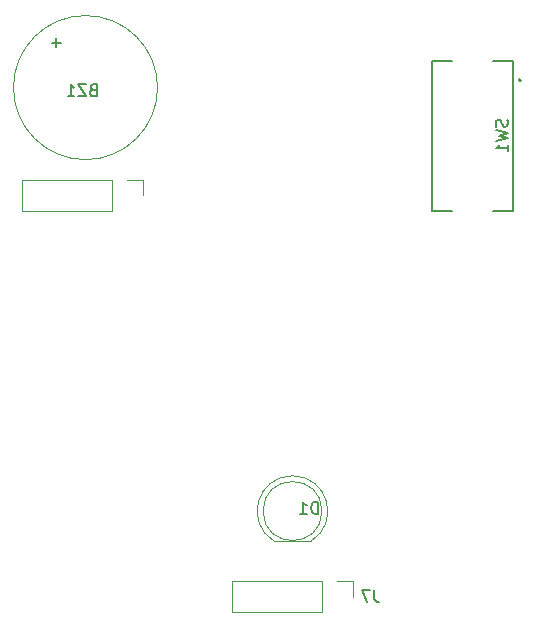
<source format=gbr>
%TF.GenerationSoftware,KiCad,Pcbnew,8.0.8*%
%TF.CreationDate,2025-02-10T09:37:57+01:00*%
%TF.ProjectId,Otto-ESP32-XIAO-Lite,4f74746f-2d45-4535-9033-322d5849414f,1.0*%
%TF.SameCoordinates,Original*%
%TF.FileFunction,Legend,Bot*%
%TF.FilePolarity,Positive*%
%FSLAX46Y46*%
G04 Gerber Fmt 4.6, Leading zero omitted, Abs format (unit mm)*
G04 Created by KiCad (PCBNEW 8.0.8) date 2025-02-10 09:37:57*
%MOMM*%
%LPD*%
G01*
G04 APERTURE LIST*
%ADD10C,0.150000*%
%ADD11C,0.120000*%
%ADD12C,0.127000*%
%ADD13C,0.200000*%
G04 APERTURE END LIST*
D10*
X75577460Y-111968826D02*
X75577460Y-110968826D01*
X75577460Y-110968826D02*
X75339365Y-110968826D01*
X75339365Y-110968826D02*
X75196508Y-111016445D01*
X75196508Y-111016445D02*
X75101270Y-111111683D01*
X75101270Y-111111683D02*
X75053651Y-111206921D01*
X75053651Y-111206921D02*
X75006032Y-111397397D01*
X75006032Y-111397397D02*
X75006032Y-111540254D01*
X75006032Y-111540254D02*
X75053651Y-111730730D01*
X75053651Y-111730730D02*
X75101270Y-111825968D01*
X75101270Y-111825968D02*
X75196508Y-111921207D01*
X75196508Y-111921207D02*
X75339365Y-111968826D01*
X75339365Y-111968826D02*
X75577460Y-111968826D01*
X74053651Y-111968826D02*
X74625079Y-111968826D01*
X74339365Y-111968826D02*
X74339365Y-110968826D01*
X74339365Y-110968826D02*
X74434603Y-111111683D01*
X74434603Y-111111683D02*
X74529841Y-111206921D01*
X74529841Y-111206921D02*
X74625079Y-111254540D01*
X80329679Y-118445819D02*
X80329679Y-119160104D01*
X80329679Y-119160104D02*
X80377298Y-119302961D01*
X80377298Y-119302961D02*
X80472536Y-119398200D01*
X80472536Y-119398200D02*
X80615393Y-119445819D01*
X80615393Y-119445819D02*
X80710631Y-119445819D01*
X79948726Y-118445819D02*
X79282060Y-118445819D01*
X79282060Y-118445819D02*
X79710631Y-119445819D01*
X91594043Y-78619085D02*
X91641662Y-78761942D01*
X91641662Y-78761942D02*
X91641662Y-79000037D01*
X91641662Y-79000037D02*
X91594043Y-79095275D01*
X91594043Y-79095275D02*
X91546423Y-79142894D01*
X91546423Y-79142894D02*
X91451185Y-79190513D01*
X91451185Y-79190513D02*
X91355947Y-79190513D01*
X91355947Y-79190513D02*
X91260709Y-79142894D01*
X91260709Y-79142894D02*
X91213090Y-79095275D01*
X91213090Y-79095275D02*
X91165471Y-79000037D01*
X91165471Y-79000037D02*
X91117852Y-78809561D01*
X91117852Y-78809561D02*
X91070233Y-78714323D01*
X91070233Y-78714323D02*
X91022614Y-78666704D01*
X91022614Y-78666704D02*
X90927376Y-78619085D01*
X90927376Y-78619085D02*
X90832138Y-78619085D01*
X90832138Y-78619085D02*
X90736900Y-78666704D01*
X90736900Y-78666704D02*
X90689281Y-78714323D01*
X90689281Y-78714323D02*
X90641662Y-78809561D01*
X90641662Y-78809561D02*
X90641662Y-79047656D01*
X90641662Y-79047656D02*
X90689281Y-79190513D01*
X90641662Y-79523847D02*
X91641662Y-79761942D01*
X91641662Y-79761942D02*
X90927376Y-79952418D01*
X90927376Y-79952418D02*
X91641662Y-80142894D01*
X91641662Y-80142894D02*
X90641662Y-80380990D01*
X91641662Y-81285751D02*
X91641662Y-80714323D01*
X91641662Y-81000037D02*
X90641662Y-81000037D01*
X90641662Y-81000037D02*
X90784519Y-80904799D01*
X90784519Y-80904799D02*
X90879757Y-80809561D01*
X90879757Y-80809561D02*
X90927376Y-80714323D01*
X56527298Y-76087009D02*
X56384441Y-76134628D01*
X56384441Y-76134628D02*
X56336822Y-76182247D01*
X56336822Y-76182247D02*
X56289203Y-76277485D01*
X56289203Y-76277485D02*
X56289203Y-76420342D01*
X56289203Y-76420342D02*
X56336822Y-76515580D01*
X56336822Y-76515580D02*
X56384441Y-76563200D01*
X56384441Y-76563200D02*
X56479679Y-76610819D01*
X56479679Y-76610819D02*
X56860631Y-76610819D01*
X56860631Y-76610819D02*
X56860631Y-75610819D01*
X56860631Y-75610819D02*
X56527298Y-75610819D01*
X56527298Y-75610819D02*
X56432060Y-75658438D01*
X56432060Y-75658438D02*
X56384441Y-75706057D01*
X56384441Y-75706057D02*
X56336822Y-75801295D01*
X56336822Y-75801295D02*
X56336822Y-75896533D01*
X56336822Y-75896533D02*
X56384441Y-75991771D01*
X56384441Y-75991771D02*
X56432060Y-76039390D01*
X56432060Y-76039390D02*
X56527298Y-76087009D01*
X56527298Y-76087009D02*
X56860631Y-76087009D01*
X55955869Y-75610819D02*
X55289203Y-75610819D01*
X55289203Y-75610819D02*
X55955869Y-76610819D01*
X55955869Y-76610819D02*
X55289203Y-76610819D01*
X54384441Y-76610819D02*
X54955869Y-76610819D01*
X54670155Y-76610819D02*
X54670155Y-75610819D01*
X54670155Y-75610819D02*
X54765393Y-75753676D01*
X54765393Y-75753676D02*
X54860631Y-75848914D01*
X54860631Y-75848914D02*
X54955869Y-75896533D01*
X53434212Y-71701048D02*
X53434212Y-72462953D01*
X53815165Y-72082000D02*
X53053260Y-72082000D01*
D11*
%TO.C,D1*%
X71881346Y-114306000D02*
X74971346Y-114306000D01*
X71881516Y-114306000D02*
G75*
G02*
X73426808Y-108756000I1544830J2560000D01*
G01*
X73425884Y-108756000D02*
G75*
G02*
X74971176Y-114306000I462J-2990000D01*
G01*
X75926346Y-111746000D02*
G75*
G02*
X70926346Y-111746000I-2500000J0D01*
G01*
X70926346Y-111746000D02*
G75*
G02*
X75926346Y-111746000I2500000J0D01*
G01*
%TO.C,J12*%
X50496346Y-83691000D02*
X50496346Y-86351000D01*
X50496346Y-83691000D02*
X58176345Y-83691000D01*
X50496346Y-86351000D02*
X58176345Y-86351000D01*
X58176345Y-83691000D02*
X58176345Y-86351000D01*
X59446346Y-83691000D02*
X60776346Y-83691000D01*
X60776346Y-83691000D02*
X60776346Y-85021000D01*
%TO.C,J7*%
X68276346Y-117661000D02*
X68276346Y-120321000D01*
X68276346Y-117661000D02*
X75956346Y-117661000D01*
X68276346Y-120321000D02*
X75956346Y-120321000D01*
X75956346Y-117661000D02*
X75956346Y-120321000D01*
X77226346Y-117661000D02*
X78556346Y-117661000D01*
X78556346Y-117661000D02*
X78556346Y-118991000D01*
D12*
%TO.C,SW1*%
X85236346Y-86316000D02*
X85236346Y-73616000D01*
X86956346Y-73616000D02*
X85236346Y-73616000D01*
X86956346Y-86316000D02*
X85236346Y-86316000D01*
X92096346Y-73616000D02*
X90376346Y-73616000D01*
X92096346Y-73616000D02*
X92096346Y-86316000D01*
X92096346Y-86316000D02*
X90376346Y-86316000D01*
D13*
X92766346Y-75266000D02*
G75*
G02*
X92566346Y-75266000I-100000J0D01*
G01*
X92566346Y-75266000D02*
G75*
G02*
X92766346Y-75266000I100000J0D01*
G01*
D11*
%TO.C,BZ1*%
X62000346Y-75892000D02*
G75*
G02*
X49800346Y-75892000I-6100000J0D01*
G01*
X49800346Y-75892000D02*
G75*
G02*
X62000346Y-75892000I6100000J0D01*
G01*
%TD*%
M02*

</source>
